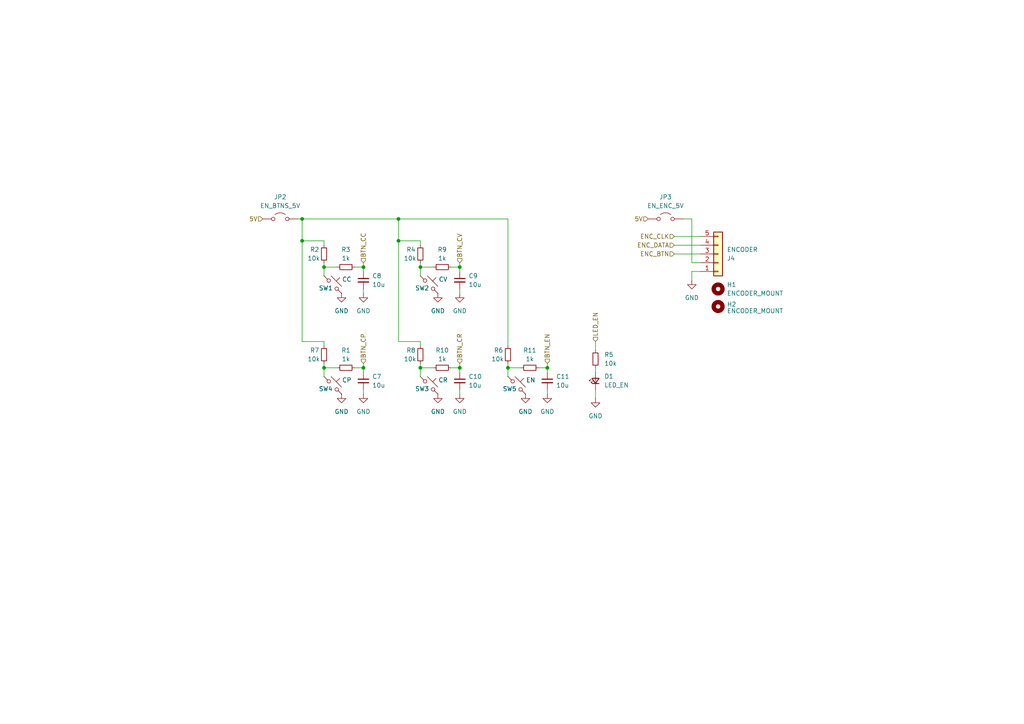
<source format=kicad_sch>
(kicad_sch (version 20231120) (generator "eeschema") (generator_version "8.0")
  (paper "A4")
  (title_block (title "Electronic Load Front Panel") (date "2024-10-15") (rev "0.0.1"))
  (lib_symbols
    (symbol "Connector_Generic:Conn_01x05" (pin_names (offset 1.016) hide)
      (property "Reference" "J" (at 0 7.62 0))
      (property "Value" "Conn_01x05" (at 0 -7.62 0))
      (symbol "Conn_01x05_1_1"
        (rectangle (start -1.27 -4.953) (end 0 -5.207) (stroke (width 0.1524)))
        (rectangle (start -1.27 -2.413) (end 0 -2.667) (stroke (width 0.1524)))
        (rectangle (start -1.27 0.127) (end 0 -0.127) (stroke (width 0.1524)))
        (rectangle (start -1.27 2.667) (end 0 2.413) (stroke (width 0.1524)))
        (rectangle (start -1.27 5.207) (end 0 4.953) (stroke (width 0.1524)))
        (rectangle (start -1.27 6.35) (end 1.27 -6.35) (stroke (width 0.254)) (fill (type background)))
        (pin passive line (at -5.08 5.08 0) (length 3.81) (name "Pin_1") (number "1"))
        (pin passive line (at -5.08 2.54 0) (length 3.81) (name "Pin_2") (number "2"))
        (pin passive line (at -5.08 0 0) (length 3.81) (name "Pin_3") (number "3"))
        (pin passive line (at -5.08 -2.54 0) (length 3.81) (name "Pin_4") (number "4"))
        (pin passive line (at -5.08 -5.08 0) (length 3.81) (name "Pin_5") (number "5"))
      )
    )
    (symbol "Device:C_Small" (pin_numbers hide) (pin_names (offset 0.254) hide)
      (property "Reference" "C" (at 0.254 1.778 0))
      (property "Value" "C_Small" (at 0.254 -2.032 0))
      (symbol "C_Small_0_1"
        (polyline (pts (xy -1.524 -0.508) (xy 1.524 -0.508)) (stroke (width 0.3302)))
        (polyline (pts (xy -1.524 0.508) (xy 1.524 0.508)) (stroke (width 0.3048)))
      )
      (symbol "C_Small_1_1"
        (pin passive line (at 0 2.54 270) (length 2.032) (name "~") (number "1"))
        (pin passive line (at 0 -2.54 90) (length 2.032) (name "~") (number "2"))
      )
    )
    (symbol "Device:LED_Small" (pin_numbers hide) (pin_names (offset 0.254) hide)
      (property "Reference" "D" (at -1.27 3.175 0))
      (property "Value" "LED_Small" (at -4.445 -2.54 0))
      (symbol "LED_Small_0_1"
        (polyline (pts (xy -0.762 -1.016) (xy -0.762 1.016)) (stroke (width 0.254)))
        (polyline (pts (xy 1.016 0) (xy -0.762 0)))
        (polyline (pts (xy 0.762 -1.016) (xy -0.762 0) (xy 0.762 1.016) (xy 0.762 -1.016)) (stroke (width 0.254)))
        (polyline (pts (xy 0 0.762) (xy -0.508 1.27) (xy -0.254 1.27) (xy -0.508 1.27) (xy -0.508 1.016)))
        (polyline (pts (xy 0.508 1.27) (xy 0 1.778) (xy 0.254 1.778) (xy 0 1.778) (xy 0 1.524)))
      )
      (symbol "LED_Small_1_1"
        (pin passive line (at -2.54 0 0) (length 1.778) (name "K") (number "1"))
        (pin passive line (at 2.54 0 180) (length 1.778) (name "A") (number "2"))
      )
    )
    (symbol "Device:R_Small" (pin_numbers hide) (pin_names (offset 0.254) hide)
      (property "Reference" "R" (at 0.762 0.508 0))
      (property "Value" "R_Small" (at 0.762 -1.016 0))
      (symbol "R_Small_0_1"
        (rectangle (start -0.762 1.778) (end 0.762 -1.778) (stroke (width 0.2032)))
      )
      (symbol "R_Small_1_1"
        (pin passive line (at 0 2.54 270) (length 0.762) (name "~") (number "1"))
        (pin passive line (at 0 -2.54 90) (length 0.762) (name "~") (number "2"))
      )
    )
    (symbol "Jumper:Jumper_2_Open" (pin_numbers hide) (pin_names (offset 0) hide) (exclude_from_sim yes)
      (property "Reference" "JP" (at 0 2.794 0))
      (property "Value" "Jumper_2_Open" (at 0 -2.286 0))
      (symbol "Jumper_2_Open_0_0"
        (circle (center -2.032 0) (radius 0.508))
        (circle (center 2.032 0) (radius 0.508))
      )
      (symbol "Jumper_2_Open_0_1"
        (arc (start 1.524 1.27) (mid 0 1.778) (end -1.524 1.27))
      )
      (symbol "Jumper_2_Open_1_1"
        (pin passive line (at -5.08 0 0) (length 2.54) (name "A") (number "1"))
        (pin passive line (at 5.08 0 180) (length 2.54) (name "B") (number "2"))
      )
    )
    (symbol "Mechanical:MountingHole" (pin_names (offset 1.016)) (exclude_from_sim yes) (in_bom no)
      (property "Reference" "H" (at 0 5.08 0))
      (property "Value" "MountingHole" (at 0 3.175 0))
      (symbol "MountingHole_0_1"
        (circle (center 0 0) (radius 1.27) (stroke (width 1.27)))
      )
    )
    (symbol "Switch:SW_Push_45deg" (pin_numbers hide) (pin_names (offset 1.016) hide)
      (property "Reference" "SW" (at 3.048 1.016 0))
      (property "Value" "SW_Push_45deg" (at 0 -3.81 0))
      (symbol "SW_Push_45deg_0_1"
        (circle (center -1.1684 1.1684) (radius 0.508))
        (polyline (pts (xy -0.508 2.54) (xy 2.54 -0.508)))
        (polyline (pts (xy 1.016 1.016) (xy 2.032 2.032)))
        (polyline (pts (xy -2.54 2.54) (xy -1.524 1.524) (xy -1.524 1.524)))
        (polyline (pts (xy 1.524 -1.524) (xy 2.54 -2.54) (xy 2.54 -2.54) (xy 2.54 -2.54)))
        (circle (center 1.143 -1.1938) (radius 0.508))
        (pin passive line (at -2.54 2.54 0) (length 0) (name "1") (number "1"))
        (pin passive line (at 2.54 -2.54 180) (length 0) (name "2") (number "2"))
      )
    )
    (symbol "power:GND" (power) (pin_numbers hide) (pin_names (offset 0) hide)
      (property "Value" "GND" (at 0 -3.81 0))
      (symbol "GND_0_1"
        (polyline (pts (xy 0 0) (xy 0 -1.27) (xy 1.27 -1.27) (xy 0 -2.54) (xy -1.27 -1.27) (xy 0 -1.27)))
      )
      (symbol "GND_1_1"
        (pin power_in line (at 0 0 270) (length 0) (name "~") (number "1"))
      )
    )
  )
  (junction (at 133.35 77.47))
  (junction (at 158.75 106.68))
  (junction (at 121.92 106.68))
  (junction (at 121.92 77.47))
  (junction (at 87.63 69.85))
  (junction (at 93.98 77.47))
  (junction (at 115.57 63.5))
  (junction (at 133.35 106.68))
  (junction (at 105.41 77.47))
  (junction (at 115.57 69.85))
  (junction (at 105.41 106.68))
  (junction (at 147.32 106.68))
  (junction (at 87.63 63.5))
  (junction (at 93.98 106.68))
  (wire (pts (xy 87.63 69.85) (xy 93.98 69.85)))
  (wire (pts (xy 93.98 77.47) (xy 97.79 77.47)))
  (wire (pts (xy 172.72 106.68) (xy 172.72 107.95)))
  (wire (pts (xy 87.63 63.5) (xy 87.63 69.85)))
  (wire (pts (xy 105.41 83.82) (xy 105.41 85.09)))
  (wire (pts (xy 147.32 63.5) (xy 147.32 100.33)))
  (wire (pts (xy 130.81 77.47) (xy 133.35 77.47)))
  (wire (pts (xy 115.57 69.85) (xy 115.57 99.06)))
  (wire (pts (xy 200.66 78.74) (xy 203.2 78.74)))
  (wire (pts (xy 86.36 63.5) (xy 87.63 63.5)))
  (wire (pts (xy 158.75 113.03) (xy 158.75 114.3)))
  (wire (pts (xy 133.35 113.03) (xy 133.35 114.3)))
  (wire (pts (xy 133.35 77.47) (xy 133.35 78.74)))
  (wire (pts (xy 93.98 76.2) (xy 93.98 77.47)))
  (wire (pts (xy 115.57 69.85) (xy 121.92 69.85)))
  (wire (pts (xy 121.92 77.47) (xy 121.92 80.01)))
  (wire (pts (xy 133.35 105.41) (xy 133.35 106.68)))
  (wire (pts (xy 93.98 106.68) (xy 93.98 109.22)))
  (wire (pts (xy 121.92 106.68) (xy 121.92 109.22)))
  (wire (pts (xy 93.98 105.41) (xy 93.98 106.68)))
  (wire (pts (xy 105.41 106.68) (xy 105.41 107.95)))
  (wire (pts (xy 87.63 63.5) (xy 115.57 63.5)))
  (wire (pts (xy 105.41 76.2) (xy 105.41 77.47)))
  (wire (pts (xy 133.35 83.82) (xy 133.35 85.09)))
  (wire (pts (xy 115.57 63.5) (xy 115.57 69.85)))
  (wire (pts (xy 200.66 81.28) (xy 200.66 78.74)))
  (wire (pts (xy 158.75 105.41) (xy 158.75 106.68)))
  (wire (pts (xy 105.41 113.03) (xy 105.41 114.3)))
  (wire (pts (xy 156.21 106.68) (xy 158.75 106.68)))
  (wire (pts (xy 147.32 106.68) (xy 151.13 106.68)))
  (wire (pts (xy 172.72 99.06) (xy 172.72 101.6)))
  (wire (pts (xy 93.98 77.47) (xy 93.98 80.01)))
  (wire (pts (xy 158.75 106.68) (xy 158.75 107.95)))
  (wire (pts (xy 105.41 105.41) (xy 105.41 106.68)))
  (wire (pts (xy 87.63 99.06) (xy 93.98 99.06)))
  (wire (pts (xy 102.87 106.68) (xy 105.41 106.68)))
  (wire (pts (xy 115.57 63.5) (xy 147.32 63.5)))
  (wire (pts (xy 195.58 71.12) (xy 203.2 71.12)))
  (wire (pts (xy 121.92 106.68) (xy 125.73 106.68)))
  (wire (pts (xy 121.92 71.12) (xy 121.92 69.85)))
  (wire (pts (xy 133.35 106.68) (xy 133.35 107.95)))
  (wire (pts (xy 121.92 105.41) (xy 121.92 106.68)))
  (wire (pts (xy 121.92 99.06) (xy 121.92 100.33)))
  (wire (pts (xy 121.92 77.47) (xy 125.73 77.47)))
  (wire (pts (xy 130.81 106.68) (xy 133.35 106.68)))
  (wire (pts (xy 105.41 77.47) (xy 105.41 78.74)))
  (wire (pts (xy 133.35 76.2) (xy 133.35 77.47)))
  (wire (pts (xy 200.66 63.5) (xy 200.66 76.2)))
  (wire (pts (xy 147.32 106.68) (xy 147.32 109.22)))
  (wire (pts (xy 87.63 69.85) (xy 87.63 99.06)))
  (wire (pts (xy 195.58 68.58) (xy 203.2 68.58)))
  (wire (pts (xy 93.98 106.68) (xy 97.79 106.68)))
  (wire (pts (xy 200.66 76.2) (xy 203.2 76.2)))
  (wire (pts (xy 147.32 105.41) (xy 147.32 106.68)))
  (wire (pts (xy 195.58 73.66) (xy 203.2 73.66)))
  (wire (pts (xy 115.57 99.06) (xy 121.92 99.06)))
  (wire (pts (xy 172.72 113.03) (xy 172.72 115.57)))
  (wire (pts (xy 102.87 77.47) (xy 105.41 77.47)))
  (wire (pts (xy 93.98 99.06) (xy 93.98 100.33)))
  (wire (pts (xy 93.98 71.12) (xy 93.98 69.85)))
  (wire (pts (xy 198.12 63.5) (xy 200.66 63.5)))
  (wire (pts (xy 121.92 76.2) (xy 121.92 77.47)))
  (hierarchical_label "ENC_CLK" (shape input) (at 195.58 68.58 180))
  (hierarchical_label "BTN_EN" (shape input) (at 158.75 105.41 90))
  (hierarchical_label "BTN_CC" (shape input) (at 105.41 76.2 90))
  (hierarchical_label "BTN_CR" (shape input) (at 133.35 105.41 90))
  (hierarchical_label "5V" (shape input) (at 76.2 63.5 180))
  (hierarchical_label "ENC_BTN" (shape input) (at 195.58 73.66 180))
  (hierarchical_label "ENC_DATA" (shape input) (at 195.58 71.12 180))
  (hierarchical_label "LED_EN" (shape input) (at 172.72 99.06 90))
  (hierarchical_label "BTN_CV" (shape input) (at 133.35 76.2 90))
  (hierarchical_label "5V" (shape input) (at 187.96 63.5 180))
  (hierarchical_label "BTN_CP" (shape input) (at 105.41 105.41 90))
  (symbol (lib_id "Jumper:Jumper_2_Open") (at 81.28 63.5 0) (unit 1) (exclude_from_sim yes)
    (property "Reference" "JP2" (at 81.28 57.15 0))
    (property "Value" "EN_BTNS_5V" (at 81.28 59.69 0))
    (property "Footprint" "Jumper:SolderJumper-2_P1.3mm_Open_TrianglePad1.0x1.5mm" (effects (hide yes)))
    (property "Description" "Jumper, 2-pole, open" (effects (hide yes)))
  )
  (symbol (lib_id "power:GND") (at 127 114.3 0) (unit 1)
    (property "Reference" "#PWR014" (effects (hide yes)))
    (property "Value" "GND" (at 127 119.38 0))
    (property "Description" "Power symbol creates a global label with name \"GND\" , ground" (effects (hide yes)))
  )
  (symbol (lib_id "Device:R_Small") (at 121.92 73.66 0) (unit 1)
    (property "Reference" "R4" (at 117.856 72.39 0) (effects (justify left)))
    (property "Value" "10k" (at 117.094 74.93 0) (effects (justify left)))
    (property "Footprint" "Resistor_SMD:R_0805_2012Metric_Pad1.20x1.40mm_HandSolder" (effects (hide yes)))
    (property "Description" "Resistor, small symbol" (effects (hide yes)))
  )
  (symbol (lib_id "Device:C_Small") (at 105.41 110.49 0) (unit 1)
    (property "Reference" "C7" (at 107.95 109.2262 0) (effects (justify left)))
    (property "Value" "10u" (at 107.95 111.7662 0) (effects (justify left)))
    (property "Footprint" "Capacitor_SMD:C_0805_2012Metric_Pad1.18x1.45mm_HandSolder" (effects (hide yes)))
    (property "Description" "Unpolarized capacitor, small symbol" (effects (hide yes)))
  )
  (symbol (lib_id "Device:R_Small") (at 128.27 77.47 90) (unit 1)
    (property "Reference" "R9" (at 128.27 72.39 90))
    (property "Value" "1k" (at 128.27 74.93 90))
    (property "Footprint" "Resistor_SMD:R_0805_2012Metric_Pad1.20x1.40mm_HandSolder" (effects (hide yes)))
    (property "Description" "Resistor, small symbol" (effects (hide yes)))
  )
  (symbol (lib_id "Switch:SW_Push_45deg") (at 149.86 111.76 0) (unit 1)
    (property "Reference" "SW5" (at 147.828 112.776 0))
    (property "Value" "EN" (at 153.924 110.236 0))
    (property "Footprint" "Button_Switch_THT:SW_PUSH-12mm_Wuerth-430476085716" (effects (hide yes)))
    (property "Description" "Push button switch, normally open, two pins, 45° tilted" (effects (hide yes)))
  )
  (symbol (lib_id "Device:R_Small") (at 147.32 102.87 0) (unit 1)
    (property "Reference" "R6" (at 143.256 101.6 0) (effects (justify left)))
    (property "Value" "10k" (at 142.494 104.14 0) (effects (justify left)))
    (property "Footprint" "Resistor_SMD:R_0805_2012Metric_Pad1.20x1.40mm_HandSolder" (effects (hide yes)))
    (property "Description" "Resistor, small symbol" (effects (hide yes)))
  )
  (symbol (lib_id "power:GND") (at 152.4 114.3 0) (unit 1)
    (property "Reference" "#PWR017" (effects (hide yes)))
    (property "Value" "GND" (at 152.4 119.38 0))
    (property "Description" "Power symbol creates a global label with name \"GND\" , ground" (effects (hide yes)))
  )
  (symbol (lib_id "Switch:SW_Push_45deg") (at 96.52 82.55 0) (unit 1)
    (property "Reference" "SW1" (at 94.488 83.566 0))
    (property "Value" "CC" (at 100.584 81.026 0))
    (property "Footprint" "Button_Switch_THT:SW_PUSH-12mm_Wuerth-430476085716" (effects (hide yes)))
    (property "Description" "Push button switch, normally open, two pins, 45° tilted" (effects (hide yes)))
  )
  (symbol (lib_id "Device:R_Small") (at 93.98 102.87 0) (unit 1)
    (property "Reference" "R7" (at 89.916 101.6 0) (effects (justify left)))
    (property "Value" "10k" (at 89.154 104.14 0) (effects (justify left)))
    (property "Footprint" "Resistor_SMD:R_0805_2012Metric_Pad1.20x1.40mm_HandSolder" (effects (hide yes)))
    (property "Description" "Resistor, small symbol" (effects (hide yes)))
  )
  (symbol (lib_id "Device:C_Small") (at 133.35 81.28 0) (unit 1)
    (property "Reference" "C9" (at 135.89 80.0162 0) (effects (justify left)))
    (property "Value" "10u" (at 135.89 82.5562 0) (effects (justify left)))
    (property "Footprint" "Capacitor_SMD:C_0805_2012Metric_Pad1.18x1.45mm_HandSolder" (effects (hide yes)))
    (property "Description" "Unpolarized capacitor, small symbol" (effects (hide yes)))
  )
  (symbol (lib_id "Mechanical:MountingHole") (at 208.28 88.9 0) (unit 1) (exclude_from_sim yes) (in_bom no)
    (property "Reference" "H2" (at 210.82 88.2649 0) (effects (justify left)))
    (property "Value" "ENCODER_MOUNT" (at 210.82 90.17 0) (effects (justify left)))
    (property "Footprint" "MountingHole:MountingHole_3mm" (effects (hide yes)))
    (property "Description" "Mounting Hole without connection" (effects (hide yes)))
  )
  (symbol (lib_id "power:GND") (at 200.66 81.28 0) (unit 1)
    (property "Reference" "#PWR015" (effects (hide yes)))
    (property "Value" "GND" (at 200.66 86.36 0))
    (property "Description" "Power symbol creates a global label with name \"GND\" , ground" (effects (hide yes)))
  )
  (symbol (lib_id "power:GND") (at 127 85.09 0) (unit 1)
    (property "Reference" "#PWR013" (effects (hide yes)))
    (property "Value" "GND" (at 127 90.17 0))
    (property "Description" "Power symbol creates a global label with name \"GND\" , ground" (effects (hide yes)))
  )
  (symbol (lib_id "Mechanical:MountingHole") (at 208.28 83.82 0) (unit 1) (exclude_from_sim yes) (in_bom no)
    (property "Reference" "H1" (at 210.82 82.5499 0) (effects (justify left)))
    (property "Value" "ENCODER_MOUNT" (at 210.82 85.0899 0) (effects (justify left)))
    (property "Footprint" "MountingHole:MountingHole_3mm" (effects (hide yes)))
    (property "Description" "Mounting Hole without connection" (effects (hide yes)))
  )
  (symbol (lib_id "power:GND") (at 105.41 85.09 0) (unit 1)
    (property "Reference" "#PWR012" (effects (hide yes)))
    (property "Value" "GND" (at 105.41 90.17 0))
    (property "Description" "Power symbol creates a global label with name \"GND\" , ground" (effects (hide yes)))
  )
  (symbol (lib_id "Device:C_Small") (at 105.41 81.28 0) (unit 1)
    (property "Reference" "C8" (at 107.95 80.0162 0) (effects (justify left)))
    (property "Value" "10u" (at 107.95 82.5562 0) (effects (justify left)))
    (property "Footprint" "Capacitor_SMD:C_0805_2012Metric_Pad1.18x1.45mm_HandSolder" (effects (hide yes)))
    (property "Description" "Unpolarized capacitor, small symbol" (effects (hide yes)))
  )
  (symbol (lib_id "Device:R_Small") (at 172.72 104.14 0) (unit 1)
    (property "Reference" "R5" (at 175.26 102.8699 0) (effects (justify left)))
    (property "Value" "10k" (at 175.26 105.4099 0) (effects (justify left)))
    (property "Footprint" "Resistor_SMD:R_0805_2012Metric_Pad1.20x1.40mm_HandSolder" (effects (hide yes)))
    (property "Description" "Resistor, small symbol" (effects (hide yes)))
  )
  (symbol (lib_id "Device:R_Small") (at 100.33 106.68 90) (unit 1)
    (property "Reference" "R1" (at 100.33 101.6 90))
    (property "Value" "1k" (at 100.33 104.14 90))
    (property "Footprint" "Resistor_SMD:R_0805_2012Metric_Pad1.20x1.40mm_HandSolder" (effects (hide yes)))
    (property "Description" "Resistor, small symbol" (effects (hide yes)))
  )
  (symbol (lib_id "Connector_Generic:Conn_01x05") (at 208.28 73.66 0) (mirror x) (unit 1)
    (property "Reference" "J4" (at 210.82 74.9301 0) (effects (justify left)))
    (property "Value" "ENCODER" (at 210.82 72.3901 0) (effects (justify left)))
    (property "Footprint" "Connector_PinSocket_2.54mm:PinSocket_1x05_P2.54mm_Vertical" (effects (hide yes)))
    (property "Description" "Generic connector, single row, 01x05, script generated (kicad-library-utils/schlib/autogen/connector/)" (effects (hide yes)))
  )
  (symbol (lib_id "Device:C_Small") (at 158.75 110.49 0) (unit 1)
    (property "Reference" "C11" (at 161.29 109.2262 0) (effects (justify left)))
    (property "Value" "10u" (at 161.29 111.7662 0) (effects (justify left)))
    (property "Footprint" "Capacitor_SMD:C_0805_2012Metric_Pad1.18x1.45mm_HandSolder" (effects (hide yes)))
    (property "Description" "Unpolarized capacitor, small symbol" (effects (hide yes)))
  )
  (symbol (lib_id "Jumper:Jumper_2_Open") (at 193.04 63.5 0) (unit 1) (exclude_from_sim yes)
    (property "Reference" "JP3" (at 193.04 57.15 0))
    (property "Value" "EN_ENC_5V" (at 193.04 59.69 0))
    (property "Footprint" "Jumper:SolderJumper-2_P1.3mm_Open_TrianglePad1.0x1.5mm" (effects (hide yes)))
    (property "Description" "Jumper, 2-pole, open" (effects (hide yes)))
  )
  (symbol (lib_id "power:GND") (at 99.06 114.3 0) (unit 1)
    (property "Reference" "#PWR010" (effects (hide yes)))
    (property "Value" "GND" (at 99.06 119.38 0))
    (property "Description" "Power symbol creates a global label with name \"GND\" , ground" (effects (hide yes)))
  )
  (symbol (lib_id "Switch:SW_Push_45deg") (at 124.46 111.76 0) (unit 1)
    (property "Reference" "SW3" (at 122.428 112.776 0))
    (property "Value" "CR" (at 128.524 110.236 0))
    (property "Footprint" "Button_Switch_THT:SW_PUSH-12mm_Wuerth-430476085716" (effects (hide yes)))
    (property "Description" "Push button switch, normally open, two pins, 45° tilted" (effects (hide yes)))
  )
  (symbol (lib_id "Device:R_Small") (at 121.92 102.87 0) (unit 1)
    (property "Reference" "R8" (at 117.856 101.6 0) (effects (justify left)))
    (property "Value" "10k" (at 117.094 104.14 0) (effects (justify left)))
    (property "Footprint" "Resistor_SMD:R_0805_2012Metric_Pad1.20x1.40mm_HandSolder" (effects (hide yes)))
    (property "Description" "Resistor, small symbol" (effects (hide yes)))
  )
  (symbol (lib_id "Device:R_Small") (at 153.67 106.68 90) (unit 1)
    (property "Reference" "R11" (at 153.67 101.6 90))
    (property "Value" "1k" (at 153.67 104.14 90))
    (property "Footprint" "Resistor_SMD:R_0805_2012Metric_Pad1.20x1.40mm_HandSolder" (effects (hide yes)))
    (property "Description" "Resistor, small symbol" (effects (hide yes)))
  )
  (symbol (lib_id "Switch:SW_Push_45deg") (at 96.52 111.76 0) (unit 1)
    (property "Reference" "SW4" (at 94.488 112.776 0))
    (property "Value" "CP" (at 100.584 110.236 0))
    (property "Footprint" "Button_Switch_THT:SW_PUSH-12mm_Wuerth-430476085716" (effects (hide yes)))
    (property "Description" "Push button switch, normally open, two pins, 45° tilted" (effects (hide yes)))
  )
  (symbol (lib_id "Switch:SW_Push_45deg") (at 124.46 82.55 0) (unit 1)
    (property "Reference" "SW2" (at 122.428 83.566 0))
    (property "Value" "CV" (at 128.524 81.026 0))
    (property "Footprint" "Button_Switch_THT:SW_PUSH-12mm_Wuerth-430476085716" (effects (hide yes)))
    (property "Description" "Push button switch, normally open, two pins, 45° tilted" (effects (hide yes)))
  )
  (symbol (lib_id "Device:C_Small") (at 133.35 110.49 0) (unit 1)
    (property "Reference" "C10" (at 135.89 109.2262 0) (effects (justify left)))
    (property "Value" "10u" (at 135.89 111.7662 0) (effects (justify left)))
    (property "Footprint" "Capacitor_SMD:C_0805_2012Metric_Pad1.18x1.45mm_HandSolder" (effects (hide yes)))
    (property "Description" "Unpolarized capacitor, small symbol" (effects (hide yes)))
  )
  (symbol (lib_id "power:GND") (at 172.72 115.57 0) (unit 1)
    (property "Reference" "#PWR016" (effects (hide yes)))
    (property "Value" "GND" (at 172.72 120.65 0))
    (property "Description" "Power symbol creates a global label with name \"GND\" , ground" (effects (hide yes)))
  )
  (symbol (lib_id "Device:R_Small") (at 128.27 106.68 90) (unit 1)
    (property "Reference" "R10" (at 128.27 101.6 90))
    (property "Value" "1k" (at 128.27 104.14 90))
    (property "Footprint" "Resistor_SMD:R_0805_2012Metric_Pad1.20x1.40mm_HandSolder" (effects (hide yes)))
    (property "Description" "Resistor, small symbol" (effects (hide yes)))
  )
  (symbol (lib_id "power:GND") (at 158.75 114.3 0) (unit 1)
    (property "Reference" "#PWR020" (effects (hide yes)))
    (property "Value" "GND" (at 158.75 119.38 0))
    (property "Description" "Power symbol creates a global label with name \"GND\" , ground" (effects (hide yes)))
  )
  (symbol (lib_id "power:GND") (at 133.35 114.3 0) (unit 1)
    (property "Reference" "#PWR019" (effects (hide yes)))
    (property "Value" "GND" (at 133.35 119.38 0))
    (property "Description" "Power symbol creates a global label with name \"GND\" , ground" (effects (hide yes)))
  )
  (symbol (lib_id "Device:R_Small") (at 100.33 77.47 90) (unit 1)
    (property "Reference" "R3" (at 100.33 72.39 90))
    (property "Value" "1k" (at 100.33 74.93 90))
    (property "Footprint" "Resistor_SMD:R_0805_2012Metric_Pad1.20x1.40mm_HandSolder" (effects (hide yes)))
    (property "Description" "Resistor, small symbol" (effects (hide yes)))
  )
  (symbol (lib_id "Device:R_Small") (at 93.98 73.66 0) (unit 1)
    (property "Reference" "R2" (at 89.916 72.39 0) (effects (justify left)))
    (property "Value" "10k" (at 89.154 74.93 0) (effects (justify left)))
    (property "Footprint" "Resistor_SMD:R_0805_2012Metric_Pad1.20x1.40mm_HandSolder" (effects (hide yes)))
    (property "Description" "Resistor, small symbol" (effects (hide yes)))
  )
  (symbol (lib_id "Device:LED_Small") (at 172.72 110.49 90) (unit 1)
    (property "Reference" "D1" (at 175.26 109.1564 90) (effects (justify right)))
    (property "Value" "LED_EN" (at 175.26 111.6964 90) (effects (justify right)))
    (property "Footprint" "LED_THT:LED_D3.0mm" (effects (hide yes)))
    (property "Description" "Light emitting diode, small symbol" (effects (hide yes)))
  )
  (symbol (lib_id "power:GND") (at 105.41 114.3 0) (unit 1)
    (property "Reference" "#PWR05" (effects (hide yes)))
    (property "Value" "GND" (at 105.41 119.38 0))
    (property "Description" "Power symbol creates a global label with name \"GND\" , ground" (effects (hide yes)))
  )
  (symbol (lib_id "power:GND") (at 99.06 85.09 0) (unit 1)
    (property "Reference" "#PWR011" (effects (hide yes)))
    (property "Value" "GND" (at 99.06 90.17 0))
    (property "Description" "Power symbol creates a global label with name \"GND\" , ground" (effects (hide yes)))
  )
  (symbol (lib_id "power:GND") (at 133.35 85.09 0) (unit 1)
    (property "Reference" "#PWR018" (effects (hide yes)))
    (property "Value" "GND" (at 133.35 90.17 0))
    (property "Description" "Power symbol creates a global label with name \"GND\" , ground" (effects (hide yes)))
  )
)
</source>
